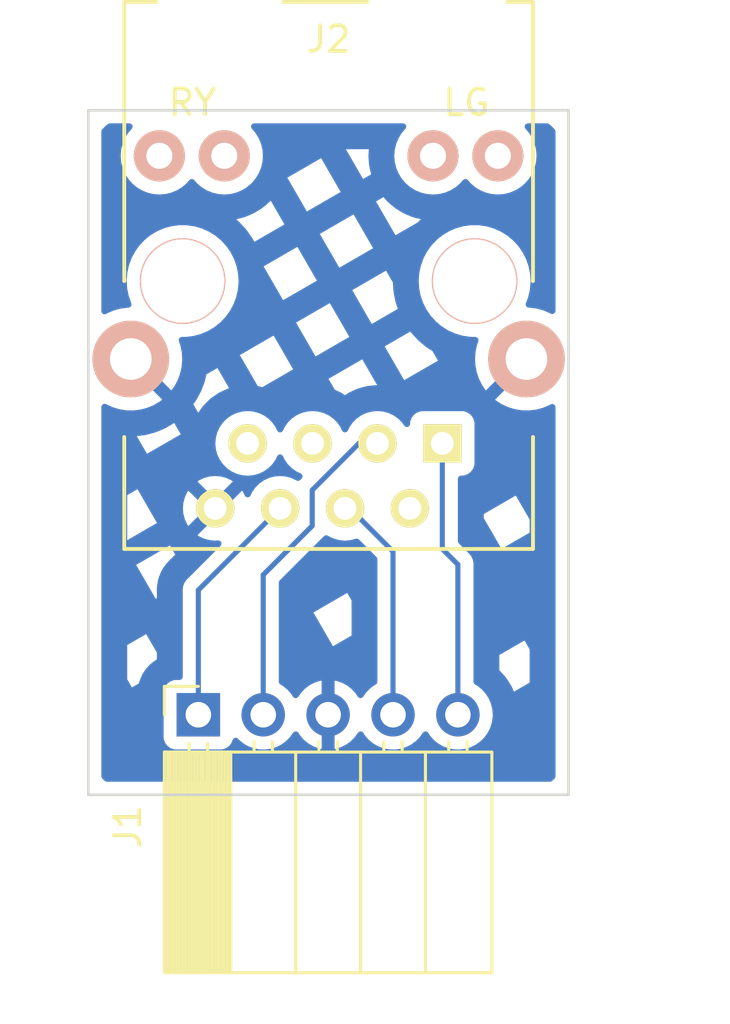
<source format=kicad_pcb>
(kicad_pcb (version 20211014) (generator pcbnew)
  (title_block (title "MilkV-Duo Ethernet") (date "2023-09-15") (rev "0.2") (company "Ewan Parker"))
  (layers (0 "F.Cu" signal) (31 "B.Cu" signal) (34 "B.Paste" user) (35 "F.Paste" user) (36 "B.SilkS" user "B.Silkscreen") (37 "F.SilkS" user "F.Silkscreen") (38 "B.Mask" user) (39 "F.Mask" user) (44 "Edge.Cuts" user))
  (net 0 "")
  (net 1 "/RD-")
  (net 2 "/RD+")
  (net 3 "GND")
  (net 4 "/TD-")
  (net 5 "/TD+")
  (footprint "Connector_PinSocket_2.54mm:PinSocket_1x05_P2.54mm_Horizontal" (layer "F.Cu") (at 145.53 117.625 90)
    (fp_text reference "J1" (at -4.38 -2.77 90) (layer "F.SilkS"))
    (fp_text value "Conn_01x05_Female")
    (fp_line (start -1.46 0.36) (end -1.11 0.36) (layer "F.SilkS") (width 0.12))
    (fp_line (start -10.09 -1.33) (end -10.09 11.49) (layer "F.SilkS") (width 0.12))
    (fp_line (start -10.09 -0.383335) (end -1.46 -0.383335) (layer "F.SilkS") (width 0.12))
    (fp_line (start -1.46 7.98) (end -1.05 7.98) (layer "F.SilkS") (width 0.12))
    (fp_line (start -10.09 0.44333) (end -1.46 0.44333) (layer "F.SilkS") (width 0.12))
    (fp_line (start -10.09 -0.50143) (end -1.46 -0.50143) (layer "F.SilkS") (width 0.12))
    (fp_line (start -10.09 0.325235) (end -1.46 0.325235) (layer "F.SilkS") (width 0.12))
    (fp_line (start -10.09 -0.02905) (end -1.46 -0.02905) (layer "F.SilkS") (width 0.12))
    (fp_line (start -10.09 1.27) (end -1.46 1.27) (layer "F.SilkS") (width 0.12))
    (fp_line (start -10.09 -0.26524) (end -1.46 -0.26524) (layer "F.SilkS") (width 0.12))
    (fp_line (start -1.46 7.26) (end -1.05 7.26) (layer "F.SilkS") (width 0.12))
    (fp_line (start -10.09 0.797615) (end -1.46 0.797615) (layer "F.SilkS") (width 0.12))
    (fp_line (start 0 -1.33) (end 1.11 -1.33) (layer "F.SilkS") (width 0.12))
    (fp_line (start -10.09 -0.97381) (end -1.46 -0.97381) (layer "F.SilkS") (width 0.12))
    (fp_line (start 1.11 -1.33) (end 1.11 0) (layer "F.SilkS") (width 0.12))
    (fp_line (start -10.09 -0.147145) (end -1.46 -0.147145) (layer "F.SilkS") (width 0.12))
    (fp_line (start -1.46 2.9) (end -1.05 2.9) (layer "F.SilkS") (width 0.12))
    (fp_line (start -10.09 1.033805) (end -1.46 1.033805) (layer "F.SilkS") (width 0.12))
    (fp_line (start -1.46 10.52) (end -1.05 10.52) (layer "F.SilkS") (width 0.12))
    (fp_line (start -10.09 -1.091905) (end -1.46 -1.091905) (layer "F.SilkS") (width 0.12))
    (fp_line (start -1.46 5.44) (end -1.05 5.44) (layer "F.SilkS") (width 0.12))
    (fp_line (start -10.09 -0.855715) (end -1.46 -0.855715) (layer "F.SilkS") (width 0.12))
    (fp_line (start -1.46 4.72) (end -1.05 4.72) (layer "F.SilkS") (width 0.12))
    (fp_line (start -1.46 2.18) (end -1.05 2.18) (layer "F.SilkS") (width 0.12))
    (fp_line (start -1.46 9.8) (end -1.05 9.8) (layer "F.SilkS") (width 0.12))
    (fp_line (start -10.09 -1.33) (end -1.46 -1.33) (layer "F.SilkS") (width 0.12))
    (fp_line (start -10.09 1.1519) (end -1.46 1.1519) (layer "F.SilkS") (width 0.12))
    (fp_line (start -10.09 3.81) (end -1.46 3.81) (layer "F.SilkS") (width 0.12))
    (fp_line (start -10.09 -0.73762) (end -1.46 -0.73762) (layer "F.SilkS") (width 0.12))
    (fp_line (start -10.09 0.089045) (end -1.46 0.089045) (layer "F.SilkS") (width 0.12))
    (fp_line (start -10.09 0.20714) (end -1.46 0.20714) (layer "F.SilkS") (width 0.12))
    (fp_line (start -10.09 6.35) (end -1.46 6.35) (layer "F.SilkS") (width 0.12))
    (fp_line (start -10.09 -1.21) (end -1.46 -1.21) (layer "F.SilkS") (width 0.12))
    (fp_line (start -10.09 0.67952) (end -1.46 0.67952) (layer "F.SilkS") (width 0.12))
    (fp_line (start -10.09 8.89) (end -1.46 8.89) (layer "F.SilkS") (width 0.12))
    (fp_line (start -1.46 -0.36) (end -1.11 -0.36) (layer "F.SilkS") (width 0.12))
    (fp_line (start -1.46 -1.33) (end -1.46 11.49) (layer "F.SilkS") (width 0.12))
    (fp_line (start -10.09 11.49) (end -1.46 11.49) (layer "F.SilkS") (width 0.12))
    (fp_line (start -10.09 0.561425) (end -1.46 0.561425) (layer "F.SilkS") (width 0.12))
    (fp_line (start -10.09 -0.619525) (end -1.46 -0.619525) (layer "F.SilkS") (width 0.12))
    (fp_line (start -10.09 0.91571) (end -1.46 0.91571) (layer "F.SilkS") (width 0.12))
    (pad "1" thru_hole rect (at 0 0 90) (size 1.7 1.7) (drill 1) (layers *.Cu *.Mask) (net 1 "/RD-"))
    (pad "2" thru_hole oval (at 0 2.54 90) (size 1.7 1.7) (drill 1) (layers *.Cu *.Mask) (net 2 "/RD+"))
    (pad "3" thru_hole oval (at 0 5.08 90) (size 1.7 1.7) (drill 1) (layers *.Cu *.Mask) (net 3 "GND"))
    (pad "4" thru_hole oval (at 0 7.62 90) (size 1.7 1.7) (drill 1) (layers *.Cu *.Mask) (net 4 "/TD-"))
    (pad "5" thru_hole oval (at 0 10.16 90) (size 1.7 1.7) (drill 1) (layers *.Cu *.Mask) (net 5 "/TD+"))
  )
  (footprint "RJ45:RJ45_HR911105A" (layer "F.Cu") (at 150.63 100.66)
    (fp_text reference "J2" (at 0 -9.4615) (layer "F.SilkS"))
    (fp_text value "RJ45-TRANSFORMER_LED_HANRUN")
    (fp_text user "RY" (at -5.334 -6.985) (layer "F.SilkS"))
    (fp_text user "LG" (at 5.3975 -6.985) (layer "F.SilkS"))
    (fp_line (start -8 10.48) (end -8 6.1) (layer "F.SilkS") (width 0.15))
    (fp_line (start -8 0) (end -8 -10.92) (layer "F.SilkS") (width 0.15))
    (fp_line (start -8 10.48) (end 8 10.48) (layer "F.SilkS") (width 0.15))
    (fp_line (start -1.778 -10.92) (end 1.524 -10.92) (layer "F.SilkS") (width 0.15))
    (fp_line (start -8 -10.92) (end -6.731 -10.92) (layer "F.SilkS") (width 0.15))
    (fp_line (start 8 -10.92) (end 6.985 -10.92) (layer "F.SilkS") (width 0.15))
    (fp_line (start 8 0) (end 8 -10.92) (layer "F.SilkS") (width 0.15))
    (fp_line (start 8 10.48) (end 8 6.1) (layer "F.SilkS") (width 0.15))
    (pad "1" thru_hole rect (at 4.45 6.35) (size 1.5 1.5) (drill 0.89) (layers *.Cu *.Mask "F.SilkS") (net 5 "/TD+"))
    (pad "2" thru_hole circle (at 3.18 8.89) (size 1.5 1.5) (drill 0.89) (layers *.Cu *.Mask "F.SilkS"))
    (pad "3" thru_hole circle (at 1.91 6.35) (size 1.5 1.5) (drill 0.89) (layers *.Cu *.Mask "F.SilkS") (net 2 "/RD+"))
    (pad "4" thru_hole circle (at 0.64 8.89) (size 1.5 1.5) (drill 0.89) (layers *.Cu *.Mask "F.SilkS") (net 4 "/TD-"))
    (pad "5" thru_hole circle (at -0.63 6.35) (size 1.5 1.5) (drill 0.89) (layers *.Cu *.Mask "F.SilkS"))
    (pad "6" thru_hole circle (at -1.9 8.89) (size 1.5 1.5) (drill 0.89) (layers *.Cu *.Mask "F.SilkS") (net 1 "/RD-"))
    (pad "7" thru_hole circle (at -3.17 6.35) (size 1.5 1.5) (drill 0.89) (layers *.Cu *.Mask "F.SilkS"))
    (pad "8" thru_hole circle (at -4.44 8.89) (size 1.5 1.5) (drill 0.89) (layers *.Cu *.Mask "F.SilkS") (net 3 "GND"))
    (pad "9" thru_hole circle (at 6.625 -4.9) (size 2 2) (drill 1.02) (layers *.Cu *.SilkS *.Mask))
    (pad "10" thru_hole circle (at 4.085 -4.9) (size 2 2) (drill 1.02) (layers *.Cu *.SilkS *.Mask))
    (pad "11" thru_hole circle (at -4.085 -4.9) (size 2 2) (drill 1.02) (layers *.Cu *.SilkS *.Mask))
    (pad "12" thru_hole circle (at -6.625 -4.9) (size 2 2) (drill 1.02) (layers *.Cu *.SilkS *.Mask))
    (pad "13" thru_hole circle (at 7.745 3.05) (size 3 3) (drill 1.63) (layers *.Cu *.SilkS *.Mask) (net 3 "GND"))
    (pad "13" thru_hole circle (at -7.745 3.05) (size 3 3) (drill 1.63) (layers *.Cu *.SilkS *.Mask) (net 3 "GND"))
    (pad "Hole" thru_hole circle (at 5.715 0) (size 3.35 3.35) (drill 3.25) (layers *.Cu *.SilkS *.Mask))
    (pad "Hole" thru_hole circle (at -5.715 0) (size 3.35 3.35) (drill 3.25) (layers *.Cu *.SilkS *.Mask))
  )
  (gr_line (start 141.224 120.755) (end 141.224 93.98) (layer "Edge.Cuts") (width 0.1))
  (gr_line (start 141.224 93.98) (end 160.02 93.98) (layer "Edge.Cuts") (width 0.1))
  (gr_line (start 160.02 120.755) (end 141.224 120.755) (layer "Edge.Cuts") (width 0.1))
  (gr_line (start 160.02 93.98) (end 160.02 120.755) (layer "Edge.Cuts") (width 0.1))
  (segment (start 145.53 117.625) (end 145.53 112.75) (width 0.2) (layer "B.Cu") (net 1))
  (segment (start 145.53 112.75) (end 148.73 109.55) (width 0.2) (layer "B.Cu") (net 1))
  (segment (start 148.07 112.153) (end 149.987 110.236) (width 0.2) (layer "B.Cu") (net 2))
  (segment (start 149.987 108.839) (end 151.816 107.01) (width 0.2) (layer "B.Cu") (net 2))
  (segment (start 151.816 107.01) (end 152.54 107.01) (width 0.2) (layer "B.Cu") (net 2))
  (segment (start 148.07 117.625) (end 148.07 112.153) (width 0.2) (layer "B.Cu") (net 2))
  (segment (start 149.987 110.236) (end 149.987 108.839) (width 0.2) (layer "B.Cu") (net 2))
  (segment (start 153.15 111.24) (end 151.46 109.55) (width 0.2) (layer "B.Cu") (net 4))
  (segment (start 151.46 109.55) (end 151.27 109.55) (width 0.2) (layer "B.Cu") (net 4))
  (segment (start 153.15 117.625) (end 153.15 111.24) (width 0.2) (layer "B.Cu") (net 4))
  (segment (start 155.69 111.748) (end 155.69 117.625) (width 0.2) (layer "B.Cu") (net 5))
  (segment (start 155.08 111.138) (end 155.69 111.748) (width 0.2) (layer "B.Cu") (net 5))
  (segment (start 155.08 107.01) (end 155.08 111.138) (width 0.2) (layer "B.Cu") (net 5))
  (zone (net 3) (net_name "GND") (layer "B.Cu") (connect_pads (clearance 0.508)) (min_thickness 0.254) (fill yes (mode hatch) (thermal_gap 0.508) (thermal_bridge_width 0.508) (smoothing fillet) (radius 2) (hatch_thickness 1.016) (hatch_gap 1.524) (hatch_orientation 30) (hatch_border_algorithm hatch_thickness) (hatch_min_hole_area 0.3))
    (polygon (pts (xy 160.02 120.755) (xy 140.97 120.755) (xy 140.97 94.085) (xy 160.02 94.085)))
  )
)
</source>
